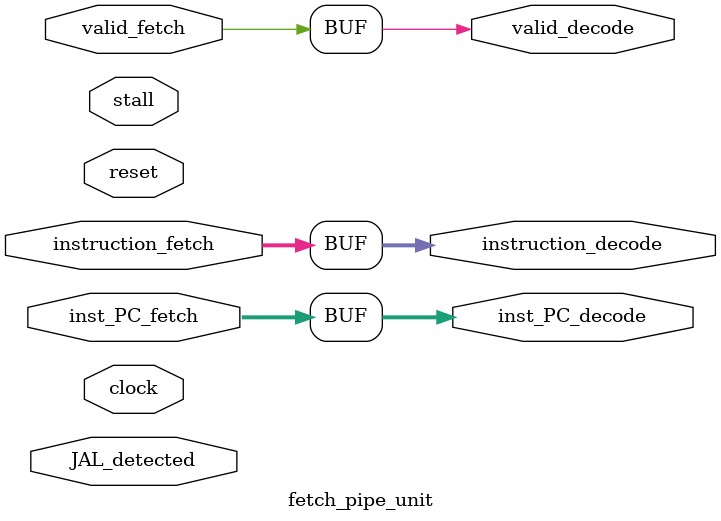
<source format=v>
/** @module : fetch_pipe_unit
 *  @author : Adaptive & Secure Computing Systems (ASCS) Laboratory
 
 *  Copyright (c) 2018 BRISC-V (ASCS/ECE/BU)
 *  Permission is hereby granted, free of charge, to any person obtaining a copy
 *  of this software and associated documentation files (the "Software"), to deal
 *  in the Software without restriction, including without limitation the rights
 *  to use, copy, modify, merge, publish, distribute, sublicense, and/or sell
 *  copies of the Software, and to permit persons to whom the Software is
 *  furnished to do so, subject to the following conditions:
 *  The above copyright notice and this permission notice shall be included in
 *  all copies or substantial portions of the Software.

 *  THE SOFTWARE IS PROVIDED "AS IS", WITHOUT WARRANTY OF ANY KIND, EXPRESS OR
 *  IMPLIED, INCLUDING BUT NOT LIMITED TO THE WARRANTIES OF MERCHANTABILITY,
 *  FITNESS FOR A PARTICULAR PURPOSE AND NONINFRINGEMENT. IN NO EVENT SHALL THE
 *  AUTHORS OR COPYRIGHT HOLDERS BE LIABLE FOR ANY CLAIM, DAMAGES OR OTHER
 *  LIABILITY, WHETHER IN AN ACTION OF CONTRACT, TORT OR OTHERWISE, ARISING FROM,
 *  OUT OF OR IN CONNECTION WITH THE SOFTWARE OR THE USE OR OTHER DEALINGS IN
 *  THE SOFTWARE.
 */
//////////////////////////////////////////////////////////////////////////////////


module fetch_pipe_unit #(parameter  DATA_WIDTH = 32, ADDRESS_BITS = 20 ) (
    input clock, reset, stall, 
    input  [DATA_WIDTH-1:0]   instruction_fetch,
    input  [ADDRESS_BITS-1:0] inst_PC_fetch,
    input  valid_fetch,
    input  JAL_detected,
    
    output [DATA_WIDTH-1:0]   instruction_decode,
    output [ADDRESS_BITS-1:0] inst_PC_decode,
    output valid_decode
);

localparam NOP = 32'h00000013;

reg old_stall;
reg [DATA_WIDTH-1:0]   old_instruction_decode;
reg [ADDRESS_BITS-1:0] inst_PC_fetch_to_decode;
reg valid_fetch_to_decode;
reg [DATA_WIDTH-1:0] instruction_fetch_to_decode;

assign inst_PC_decode      =  inst_PC_fetch;
assign valid_decode        =  valid_fetch;
assign instruction_decode  =  instruction_fetch;

always @(posedge clock) begin
    if(reset) begin
        inst_PC_fetch_to_decode     <= {ADDRESS_BITS{1'b0}};
        old_instruction_decode      <= NOP;
        old_stall                   <= 1'b0;
        valid_fetch_to_decode       <= 1'b0;
        instruction_fetch_to_decode <= NOP;
    end
    else begin
        inst_PC_fetch_to_decode     <= inst_PC_fetch;
        old_instruction_decode      <= instruction_decode;
        old_stall                   <= stall;
        valid_fetch_to_decode       <= (JAL_detected)? 1'b0 :valid_fetch;
        instruction_fetch_to_decode <= (valid_fetch)? instruction_fetch: NOP;
    end
end

endmodule

</source>
